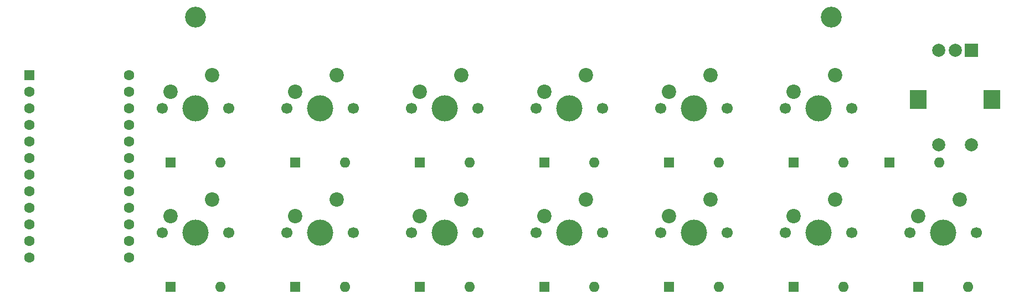
<source format=gbr>
%TF.GenerationSoftware,KiCad,Pcbnew,(5.1.10)-1*%
%TF.CreationDate,2021-12-19T12:17:38+01:00*%
%TF.ProjectId,KiCadPCB,4b694361-6450-4434-922e-6b696361645f,rev?*%
%TF.SameCoordinates,Original*%
%TF.FileFunction,Soldermask,Bot*%
%TF.FilePolarity,Negative*%
%FSLAX46Y46*%
G04 Gerber Fmt 4.6, Leading zero omitted, Abs format (unit mm)*
G04 Created by KiCad (PCBNEW (5.1.10)-1) date 2021-12-19 12:17:38*
%MOMM*%
%LPD*%
G01*
G04 APERTURE LIST*
%ADD10C,3.200000*%
%ADD11O,1.600000X1.600000*%
%ADD12R,1.600000X1.600000*%
%ADD13C,1.700000*%
%ADD14C,4.000000*%
%ADD15C,2.200000*%
%ADD16C,1.600000*%
%ADD17R,2.000000X2.000000*%
%ADD18C,2.000000*%
%ADD19R,2.500000X3.000000*%
G04 APERTURE END LIST*
D10*
%TO.C,H2*%
X202565000Y-27940000D03*
%TD*%
%TO.C,H1*%
X105410000Y-27940000D03*
%TD*%
D11*
%TO.C,D14*%
X219075000Y-50165000D03*
D12*
X211455000Y-50165000D03*
%TD*%
D11*
%TO.C,D13*%
X223520000Y-69215000D03*
D12*
X215900000Y-69215000D03*
%TD*%
D11*
%TO.C,D12*%
X204470000Y-69215000D03*
D12*
X196850000Y-69215000D03*
%TD*%
D11*
%TO.C,D11*%
X185420000Y-69215000D03*
D12*
X177800000Y-69215000D03*
%TD*%
D11*
%TO.C,D10*%
X166370000Y-69215000D03*
D12*
X158750000Y-69215000D03*
%TD*%
D11*
%TO.C,D9*%
X147320000Y-69215000D03*
D12*
X139700000Y-69215000D03*
%TD*%
D11*
%TO.C,D8*%
X128270000Y-69215000D03*
D12*
X120650000Y-69215000D03*
%TD*%
D11*
%TO.C,D7*%
X109220000Y-69215000D03*
D12*
X101600000Y-69215000D03*
%TD*%
D11*
%TO.C,D6*%
X204470000Y-50165000D03*
D12*
X196850000Y-50165000D03*
%TD*%
D11*
%TO.C,D5*%
X185420000Y-50165000D03*
D12*
X177800000Y-50165000D03*
%TD*%
D11*
%TO.C,D4*%
X166370000Y-50165000D03*
D12*
X158750000Y-50165000D03*
%TD*%
D11*
%TO.C,D3*%
X147320000Y-50165000D03*
D12*
X139700000Y-50165000D03*
%TD*%
D11*
%TO.C,D2*%
X128270000Y-50165000D03*
D12*
X120650000Y-50165000D03*
%TD*%
D11*
%TO.C,D1*%
X109220000Y-50165000D03*
D12*
X101600000Y-50165000D03*
%TD*%
D13*
%TO.C,SW13*%
X224790000Y-60960000D03*
X214630000Y-60960000D03*
D14*
X219710000Y-60960000D03*
D15*
X215900000Y-58420000D03*
X222250000Y-55880000D03*
%TD*%
D13*
%TO.C,SW12*%
X205740000Y-60960000D03*
X195580000Y-60960000D03*
D14*
X200660000Y-60960000D03*
D15*
X196850000Y-58420000D03*
X203200000Y-55880000D03*
%TD*%
D13*
%TO.C,SW11*%
X186690000Y-60960000D03*
X176530000Y-60960000D03*
D14*
X181610000Y-60960000D03*
D15*
X177800000Y-58420000D03*
X184150000Y-55880000D03*
%TD*%
D13*
%TO.C,SW10*%
X167640000Y-60960000D03*
X157480000Y-60960000D03*
D14*
X162560000Y-60960000D03*
D15*
X158750000Y-58420000D03*
X165100000Y-55880000D03*
%TD*%
D13*
%TO.C,SW9*%
X148590000Y-60960000D03*
X138430000Y-60960000D03*
D14*
X143510000Y-60960000D03*
D15*
X139700000Y-58420000D03*
X146050000Y-55880000D03*
%TD*%
D13*
%TO.C,SW8*%
X129540000Y-60960000D03*
X119380000Y-60960000D03*
D14*
X124460000Y-60960000D03*
D15*
X120650000Y-58420000D03*
X127000000Y-55880000D03*
%TD*%
D13*
%TO.C,SW7*%
X110490000Y-60960000D03*
X100330000Y-60960000D03*
D14*
X105410000Y-60960000D03*
D15*
X101600000Y-58420000D03*
X107950000Y-55880000D03*
%TD*%
D13*
%TO.C,SW6*%
X205740000Y-41910000D03*
X195580000Y-41910000D03*
D14*
X200660000Y-41910000D03*
D15*
X196850000Y-39370000D03*
X203200000Y-36830000D03*
%TD*%
D13*
%TO.C,SW5*%
X186690000Y-41910000D03*
X176530000Y-41910000D03*
D14*
X181610000Y-41910000D03*
D15*
X177800000Y-39370000D03*
X184150000Y-36830000D03*
%TD*%
D13*
%TO.C,SW4*%
X167640000Y-41910000D03*
X157480000Y-41910000D03*
D14*
X162560000Y-41910000D03*
D15*
X158750000Y-39370000D03*
X165100000Y-36830000D03*
%TD*%
D13*
%TO.C,SW3*%
X148590000Y-41910000D03*
X138430000Y-41910000D03*
D14*
X143510000Y-41910000D03*
D15*
X139700000Y-39370000D03*
X146050000Y-36830000D03*
%TD*%
D13*
%TO.C,SW2*%
X129540000Y-41910000D03*
X119380000Y-41910000D03*
D14*
X124460000Y-41910000D03*
D15*
X120650000Y-39370000D03*
X127000000Y-36830000D03*
%TD*%
D13*
%TO.C,SW1*%
X110490000Y-41910000D03*
X100330000Y-41910000D03*
D14*
X105410000Y-41910000D03*
D15*
X101600000Y-39370000D03*
X107950000Y-36830000D03*
%TD*%
D16*
%TO.C,U1*%
X95250000Y-36830000D03*
X95250000Y-39370000D03*
X95250000Y-41910000D03*
X95250000Y-44450000D03*
X95250000Y-46990000D03*
X95250000Y-49530000D03*
X95250000Y-52070000D03*
X95250000Y-54610000D03*
X95250000Y-57150000D03*
X95250000Y-59690000D03*
X95250000Y-62230000D03*
X95250000Y-64770000D03*
X80010000Y-64770000D03*
X80010000Y-62230000D03*
X80010000Y-59690000D03*
X80010000Y-57150000D03*
X80010000Y-54610000D03*
X80010000Y-52070000D03*
X80010000Y-49530000D03*
X80010000Y-46990000D03*
X80010000Y-44450000D03*
X80010000Y-41910000D03*
X80010000Y-39370000D03*
D12*
X80010000Y-36830000D03*
%TD*%
D17*
%TO.C,SW14*%
X224000000Y-33020000D03*
D18*
X221500000Y-33020000D03*
X219000000Y-33020000D03*
D19*
X227100000Y-40520000D03*
X215900000Y-40520000D03*
D18*
X224000000Y-47520000D03*
X219000000Y-47520000D03*
%TD*%
M02*

</source>
